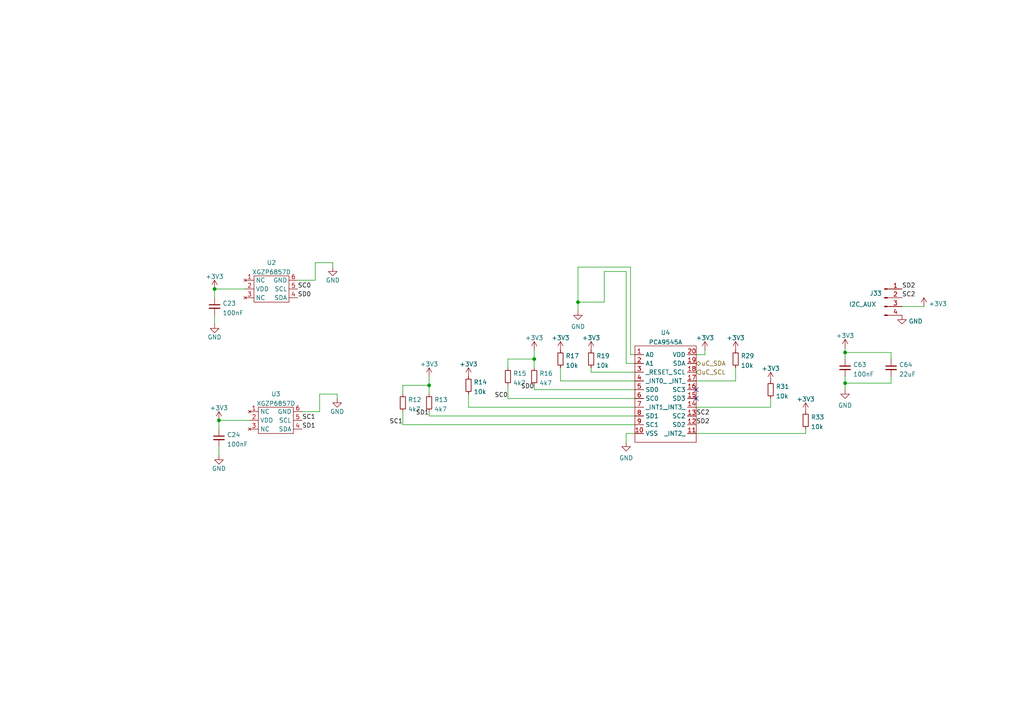
<source format=kicad_sch>
(kicad_sch (version 20230121) (generator eeschema)
  (paper "A4")
  (title_block (title "LumenPnP Motherboard") (date "2022-03-29") (rev "003") (company "Opulo"))
  (lib_symbols
    (symbol "Connector:Conn_01x04_Male" (pin_names (offset 1.016) hide)
      (property "Reference" "J" (at 0 5.08 0))
      (property "Value" "Conn_01x04_Male" (at 0 -7.62 0))
      (symbol "Conn_01x04_Male_1_1"
        (polyline (pts (xy 1.27 -5.08) (xy 0.8636 -5.08)) (stroke (width 0.1524)))
        (polyline (pts (xy 1.27 -2.54) (xy 0.8636 -2.54)) (stroke (width 0.1524)))
        (polyline (pts (xy 1.27 0) (xy 0.8636 0)) (stroke (width 0.1524)))
        (polyline (pts (xy 1.27 2.54) (xy 0.8636 2.54)) (stroke (width 0.1524)))
        (rectangle (start 0.8636 -4.953) (end 0 -5.207) (stroke (width 0.1524)) (fill (type outline)))
        (rectangle (start 0.8636 -2.413) (end 0 -2.667) (stroke (width 0.1524)) (fill (type outline)))
        (rectangle (start 0.8636 0.127) (end 0 -0.127) (stroke (width 0.1524)) (fill (type outline)))
        (rectangle (start 0.8636 2.667) (end 0 2.413) (stroke (width 0.1524)) (fill (type outline)))
        (pin passive line (at 5.08 2.54 180) (length 3.81) (name "Pin_1") (number "1"))
        (pin passive line (at 5.08 0 180) (length 3.81) (name "Pin_2") (number "2"))
        (pin passive line (at 5.08 -2.54 180) (length 3.81) (name "Pin_3") (number "3"))
        (pin passive line (at 5.08 -5.08 180) (length 3.81) (name "Pin_4") (number "4"))
      )
    )
    (symbol "Device:C_Small" (pin_numbers hide) (pin_names (offset 0.254) hide)
      (property "Reference" "C" (at 0.254 1.778 0))
      (property "Value" "C_Small" (at 0.254 -2.032 0))
      (symbol "C_Small_0_1"
        (polyline (pts (xy -1.524 -0.508) (xy 1.524 -0.508)) (stroke (width 0.3302)))
        (polyline (pts (xy -1.524 0.508) (xy 1.524 0.508)) (stroke (width 0.3048)))
      )
      (symbol "C_Small_1_1"
        (pin passive line (at 0 2.54 270) (length 2.032) (name "~") (number "1"))
        (pin passive line (at 0 -2.54 90) (length 2.032) (name "~") (number "2"))
      )
    )
    (symbol "Device:R_Small" (pin_numbers hide) (pin_names (offset 0.254) hide)
      (property "Reference" "R" (at 0.762 0.508 0))
      (property "Value" "R_Small" (at 0.762 -1.016 0))
      (symbol "R_Small_0_1"
        (rectangle (start -0.762 1.778) (end 0.762 -1.778) (stroke (width 0.2032)))
      )
      (symbol "R_Small_1_1"
        (pin passive line (at 0 2.54 270) (length 0.762) (name "~") (number "1"))
        (pin passive line (at 0 -2.54 90) (length 0.762) (name "~") (number "2"))
      )
    )
    (symbol "index:PCA9545A"
      (property "Reference" "U4" (at 0 31.7795 0))
      (property "Value" "PCA9545A" (at 0 29.0044 0))
      (symbol "PCA9545A_0_1"
        (rectangle (start -8.89 27.94) (end 8.89 0))
      )
      (symbol "PCA9545A_1_1"
        (pin passive line (at -8.89 25.4 0) (length 2.54) (name "A0") (number "1"))
        (pin passive line (at -8.89 2.54 0) (length 2.54) (name "VSS") (number "10"))
        (pin passive line (at 8.89 2.54 180) (length 2.54) (name "_INT2_") (number "11"))
        (pin passive line (at 8.89 5.08 180) (length 2.54) (name "SD2") (number "12"))
        (pin passive line (at 8.89 7.62 180) (length 2.54) (name "SC2") (number "13"))
        (pin passive line (at 8.89 10.16 180) (length 2.54) (name "_INT3_") (number "14"))
        (pin passive line (at 8.89 12.7 180) (length 2.54) (name "SD3") (number "15"))
        (pin passive line (at 8.89 15.24 180) (length 2.54) (name "SC3") (number "16"))
        (pin passive line (at 8.89 17.78 180) (length 2.54) (name "_INT_") (number "17"))
        (pin passive line (at 8.89 20.32 180) (length 2.54) (name "SCL") (number "18"))
        (pin passive line (at 8.89 22.86 180) (length 2.54) (name "SDA") (number "19"))
        (pin passive line (at -8.89 22.86 0) (length 2.54) (name "A1") (number "2"))
        (pin passive line (at 8.89 25.4 180) (length 2.54) (name "VDD") (number "20"))
        (pin passive line (at -8.89 20.32 0) (length 2.54) (name "_RESET_") (number "3"))
        (pin passive line (at -8.89 17.78 0) (length 2.54) (name "_INT0_") (number "4"))
        (pin passive line (at -8.89 15.24 0) (length 2.54) (name "SD0") (number "5"))
        (pin passive line (at -8.89 12.7 0) (length 2.54) (name "SC0") (number "6"))
        (pin passive line (at -8.89 10.16 0) (length 2.54) (name "_INT1_") (number "7"))
        (pin passive line (at -8.89 7.62 0) (length 2.54) (name "SD1") (number "8"))
        (pin passive line (at -8.89 5.08 0) (length 2.54) (name "SC1") (number "9"))
      )
    )
    (symbol "index:XGZP6857D"
      (property "Reference" "U3" (at 0 7.6495 0))
      (property "Value" "XGZP6857D" (at 0 4.8744 0))
      (symbol "XGZP6857D_0_1"
        (rectangle (start -5.08 -3.81) (end 5.08 3.81))
      )
      (symbol "XGZP6857D_1_1"
        (pin no_connect line (at -7.62 2.54 0) (length 2.54) (name "NC") (number "1"))
        (pin passive line (at -7.62 0 0) (length 2.54) (name "VDD") (number "2"))
        (pin no_connect line (at -7.62 -2.54 0) (length 2.54) (name "NC") (number "3"))
        (pin passive line (at 7.62 -2.54 180) (length 2.54) (name "SDA") (number "4"))
        (pin passive line (at 7.62 0 180) (length 2.54) (name "SCL") (number "5"))
        (pin passive line (at 7.62 2.54 180) (length 2.54) (name "GND") (number "6"))
      )
    )
    (symbol "power:+3V3" (power) (pin_names (offset 0))
      (property "Value" "+3V3" (at 0 3.556 0))
      (symbol "+3V3_0_1"
        (polyline (pts (xy -0.762 1.27) (xy 0 2.54)))
        (polyline (pts (xy 0 0) (xy 0 2.54)))
        (polyline (pts (xy 0 2.54) (xy 0.762 1.27)))
      )
      (symbol "+3V3_1_1"
        (pin power_in line (at 0 0 90) (length 0) hide (name "+3V3") (number "1"))
      )
    )
    (symbol "power:GND" (power) (pin_names (offset 0))
      (property "Value" "GND" (at 0 -3.81 0))
      (symbol "GND_0_1"
        (polyline (pts (xy 0 0) (xy 0 -1.27) (xy 1.27 -1.27) (xy 0 -2.54) (xy -1.27 -1.27) (xy 0 -1.27)))
      )
      (symbol "GND_1_1"
        (pin power_in line (at 0 0 270) (length 0) hide (name "GND") (number "1"))
      )
    )
  )
  (junction (at 245.11 111.125))
  (junction (at 154.94 104.14))
  (junction (at 63.5 121.92))
  (junction (at 167.64 87.63))
  (junction (at 245.11 102.235))
  (junction (at 124.46 111.76))
  (junction (at 62.23 83.82))
  (no_connect (at 201.93 115.57))
  (no_connect (at 201.93 113.03))
  (wire (pts (xy 167.64 77.47) (xy 167.64 87.63)))
  (wire (pts (xy 182.88 102.87) (xy 182.88 77.47)))
  (wire (pts (xy 147.32 104.14) (xy 154.94 104.14)))
  (wire (pts (xy 181.61 78.74) (xy 175.26 78.74)))
  (wire (pts (xy 261.62 88.9) (xy 267.97 88.9)))
  (wire (pts (xy 167.64 87.63) (xy 167.64 90.17)))
  (wire (pts (xy 135.89 118.11) (xy 184.15 118.11)))
  (wire (pts (xy 63.5 124.46) (xy 63.5 121.92)))
  (wire (pts (xy 258.445 111.125) (xy 258.445 109.22)))
  (wire (pts (xy 124.46 120.65) (xy 184.15 120.65)))
  (wire (pts (xy 86.36 81.28) (xy 91.44 81.28)))
  (wire (pts (xy 162.56 110.49) (xy 184.15 110.49)))
  (wire (pts (xy 245.11 102.235) (xy 245.11 104.14)))
  (wire (pts (xy 175.26 87.63) (xy 167.64 87.63)))
  (wire (pts (xy 181.61 128.27) (xy 181.61 125.73)))
  (wire (pts (xy 245.11 100.965) (xy 245.11 102.235)))
  (wire (pts (xy 223.52 118.11) (xy 223.52 115.57)))
  (wire (pts (xy 63.5 129.54) (xy 63.5 132.08)))
  (wire (pts (xy 245.11 102.235) (xy 258.445 102.235)))
  (wire (pts (xy 116.84 111.76) (xy 124.46 111.76)))
  (wire (pts (xy 181.61 125.73) (xy 184.15 125.73)))
  (wire (pts (xy 182.88 77.47) (xy 167.64 77.47)))
  (wire (pts (xy 184.15 102.87) (xy 182.88 102.87)))
  (wire (pts (xy 92.71 119.38) (xy 92.71 114.3)))
  (wire (pts (xy 213.36 110.49) (xy 213.36 106.68)))
  (wire (pts (xy 201.93 125.73) (xy 233.68 125.73)))
  (wire (pts (xy 245.11 111.125) (xy 258.445 111.125)))
  (wire (pts (xy 258.445 102.235) (xy 258.445 104.14)))
  (wire (pts (xy 233.68 125.73) (xy 233.68 124.46)))
  (wire (pts (xy 63.5 121.92) (xy 72.39 121.92)))
  (wire (pts (xy 124.46 109.22) (xy 124.46 111.76)))
  (wire (pts (xy 201.93 118.11) (xy 223.52 118.11)))
  (wire (pts (xy 116.84 123.19) (xy 184.15 123.19)))
  (wire (pts (xy 96.52 76.2) (xy 96.52 77.47)))
  (wire (pts (xy 62.23 86.36) (xy 62.23 83.82)))
  (wire (pts (xy 154.94 113.03) (xy 184.15 113.03)))
  (wire (pts (xy 91.44 81.28) (xy 91.44 76.2)))
  (wire (pts (xy 147.32 115.57) (xy 184.15 115.57)))
  (wire (pts (xy 116.84 123.19) (xy 116.84 119.38)))
  (wire (pts (xy 184.15 107.95) (xy 171.45 107.95)))
  (wire (pts (xy 171.45 107.95) (xy 171.45 106.68)))
  (wire (pts (xy 154.94 113.03) (xy 154.94 111.76)))
  (wire (pts (xy 162.56 106.68) (xy 162.56 110.49)))
  (wire (pts (xy 181.61 105.41) (xy 181.61 78.74)))
  (wire (pts (xy 245.11 109.22) (xy 245.11 111.125)))
  (wire (pts (xy 204.47 102.87) (xy 204.47 101.6)))
  (wire (pts (xy 124.46 111.76) (xy 124.46 114.3)))
  (wire (pts (xy 124.46 120.65) (xy 124.46 119.38)))
  (wire (pts (xy 154.94 104.14) (xy 154.94 106.68)))
  (wire (pts (xy 62.23 83.82) (xy 71.12 83.82)))
  (wire (pts (xy 201.93 102.87) (xy 204.47 102.87)))
  (wire (pts (xy 147.32 106.68) (xy 147.32 104.14)))
  (wire (pts (xy 116.84 114.3) (xy 116.84 111.76)))
  (wire (pts (xy 92.71 114.3) (xy 97.79 114.3)))
  (wire (pts (xy 87.63 119.38) (xy 92.71 119.38)))
  (wire (pts (xy 147.32 115.57) (xy 147.32 111.76)))
  (wire (pts (xy 175.26 78.74) (xy 175.26 87.63)))
  (wire (pts (xy 97.79 114.3) (xy 97.79 115.57)))
  (wire (pts (xy 62.23 91.44) (xy 62.23 93.98)))
  (wire (pts (xy 91.44 76.2) (xy 96.52 76.2)))
  (wire (pts (xy 201.93 110.49) (xy 213.36 110.49)))
  (wire (pts (xy 135.89 114.3) (xy 135.89 118.11)))
  (wire (pts (xy 245.11 113.03) (xy 245.11 111.125)))
  (wire (pts (xy 154.94 101.6) (xy 154.94 104.14)))
  (wire (pts (xy 184.15 105.41) (xy 181.61 105.41)))
  (label "SC1" (at 87.63 121.92 0))
  (label "SD1" (at 87.63 124.46 0))
  (label "SC2" (at 201.93 120.65 0))
  (label "SD0" (at 154.94 113.03 180))
  (label "SC0" (at 147.32 115.57 180))
  (label "SD2" (at 201.93 123.19 0))
  (label "SD2" (at 261.62 83.82 0))
  (label "SC2" (at 261.62 86.36 0))
  (label "SD0" (at 86.36 86.36 0))
  (label "SC1" (at 116.84 123.19 180))
  (label "SD1" (at 124.46 120.65 180))
  (label "SC0" (at 86.36 83.82 0))
  (hierarchical_label "uC_SCL" (shape input) (at 201.93 107.95 0))
  (hierarchical_label "uC_SDA" (shape bidirectional) (at 201.93 105.41 0))
  (symbol (lib_id "power:+3V3") (at 267.97 88.9 0) (unit 1)
    (property "Reference" "#PWR0250" (effects hide))
    (property "Value" "+3V3" (at 269.367 88.109 0) (effects (justify left)))
  )
  (symbol (lib_id "power:+3V3") (at 171.45 101.6 0) (unit 1)
    (property "Reference" "#PWR0241" (effects hide))
    (property "Value" "+3V3" (at 171.45 97.9955 0))
  )
  (symbol (lib_id "Connector:Conn_01x04_Male") (at 256.54 86.36 0) (unit 1)
    (property "Reference" "J33" (at 254 85.09 0))
    (property "Value" "I2C_AUX" (at 250.19 88.265 0))
    (property "Footprint" "Connector_PinHeader_2.54mm:PinHeader_1x04_P2.54mm_Vertical" (effects hide))
    (property "LCSC" "C2691448" (effects hide))
  )
  (symbol (lib_id "power:+3V3") (at 245.11 100.965 0) (unit 1)
    (property "Reference" "#PWR0131" (effects hide))
    (property "Value" "+3V3" (at 245.11 97.3605 0))
  )
  (symbol (lib_id "power:+3V3") (at 204.47 101.6 0) (unit 1)
    (property "Reference" "#PWR0185" (effects hide))
    (property "Value" "+3V3" (at 204.47 97.9955 0))
  )
  (symbol (lib_id "Device:R_Small") (at 223.52 113.03 0) (unit 1)
    (property "Reference" "R31" (at 225.0186 112.1215 0) (effects (justify left)))
    (property "Value" "10k" (at 225.0186 114.8966 0) (effects (justify left)))
    (property "Footprint" "Resistor_SMD:R_0805_2012Metric" (effects hide))
    (property "Digikey" "RMCF0805FT10K0CT-ND" (effects hide))
    (property "JLCPCB" "C17414" (effects hide))
    (property "LCSC" "C115295" (effects hide))
    (property "Mouser" "71-CRCW080510K0FKEAC" (effects hide))
    (property "Notes" "125mW/1%" (effects hide))
  )
  (symbol (lib_id "Device:C_Small") (at 245.11 106.68 0) (unit 1)
    (property "Reference" "C63" (at 247.4341 105.7778 0) (effects (justify left)))
    (property "Value" "100nF" (at 247.4341 108.5529 0) (effects (justify left)))
    (property "Footprint" "Capacitor_SMD:C_0805_2012Metric" (effects hide))
    (property "Digikey" "1276-1180-1-ND" (effects hide))
    (property "JLCPCB" "C49678" (effects hide))
    (property "LCSC" "C360619" (effects hide))
    (property "Mouser" "581-08055C104K" (effects hide))
    (property "Notes" "50V/10%" (effects hide))
  )
  (symbol (lib_id "power:GND") (at 63.5 132.08 0) (unit 1)
    (property "Reference" "#PWR0110" (effects hide))
    (property "Value" "GND" (at 63.5 135.89 0))
  )
  (symbol (lib_id "Device:R_Small") (at 135.89 111.76 0) (unit 1)
    (property "Reference" "R14" (at 137.3886 110.8515 0) (effects (justify left)))
    (property "Value" "10k" (at 137.3886 113.6266 0) (effects (justify left)))
    (property "Footprint" "Resistor_SMD:R_0805_2012Metric" (effects hide))
    (property "Digikey" "RMCF0805FT10K0CT-ND" (effects hide))
    (property "JLCPCB" "C17414" (effects hide))
    (property "LCSC" "C115295" (effects hide))
    (property "Mouser" "71-CRCW080510K0FKEAC" (effects hide))
    (property "Notes" "125mW/1%" (effects hide))
  )
  (symbol (lib_id "power:+3V3") (at 135.89 109.22 0) (unit 1)
    (property "Reference" "#PWR0112" (effects hide))
    (property "Value" "+3V3" (at 135.89 105.6155 0))
  )
  (symbol (lib_id "Device:R_Small") (at 171.45 104.14 0) (unit 1)
    (property "Reference" "R19" (at 172.9486 103.2315 0) (effects (justify left)))
    (property "Value" "10k" (at 172.9486 106.0066 0) (effects (justify left)))
    (property "Footprint" "Resistor_SMD:R_0805_2012Metric" (effects hide))
    (property "Digikey" "RMCF0805FT10K0CT-ND" (effects hide))
    (property "JLCPCB" "C17414" (effects hide))
    (property "LCSC" "C115295" (effects hide))
    (property "Mouser" "71-CRCW080510K0FKEAC" (effects hide))
    (property "Notes" "125mW/1%" (effects hide))
  )
  (symbol (lib_id "Device:C_Small") (at 258.445 106.68 0) (unit 1)
    (property "Reference" "C64" (at 260.7691 105.7778 0) (effects (justify left)))
    (property "Value" "22uF" (at 260.7691 108.5529 0) (effects (justify left)))
    (property "Footprint" "Capacitor_SMD:C_0805_2012Metric" (effects hide))
    (property "JLCPCB" "C45783" (effects hide))
    (property "LCSC" "C5674" (effects hide))
    (property "Notes" "25V/20%" (effects hide))
  )
  (symbol (lib_id "Device:R_Small") (at 116.84 116.84 0) (unit 1)
    (property "Reference" "R12" (at 118.3386 115.9315 0) (effects (justify left)))
    (property "Value" "4k7" (at 118.3386 118.7066 0) (effects (justify left)))
    (property "Footprint" "Resistor_SMD:R_0805_2012Metric" (effects hide))
    (property "Digikey" "A129757CT-ND" (effects hide))
    (property "JLCPCB" "C17673" (effects hide))
    (property "LCSC" "C17673" (effects hide))
    (property "Mouser" "71-CRCW08054K70FKEAC" (effects hide))
    (property "Notes" "125mW/1%" (effects hide))
  )
  (symbol (lib_id "power:GND") (at 96.52 77.47 0) (unit 1)
    (property "Reference" "#PWR0103" (effects hide))
    (property "Value" "GND" (at 96.52 81.28 0))
  )
  (symbol (lib_id "power:+3V3") (at 162.56 101.6 0) (unit 1)
    (property "Reference" "#PWR0186" (effects hide))
    (property "Value" "+3V3" (at 162.56 97.9955 0))
  )
  (symbol (lib_id "Device:C_Small") (at 62.23 88.9 0) (unit 1)
    (property "Reference" "C23" (at 64.5541 87.9978 0) (effects (justify left)))
    (property "Value" "100nF" (at 64.5541 90.7729 0) (effects (justify left)))
    (property "Footprint" "Capacitor_SMD:C_0805_2012Metric" (effects hide))
    (property "Digikey" "1276-1180-1-ND" (effects hide))
    (property "JLCPCB" "C49678" (effects hide))
    (property "LCSC" "C360619" (effects hide))
    (property "Mouser" "581-08055C104K" (effects hide))
    (property "Notes" "50V/10%" (effects hide))
  )
  (symbol (lib_id "Device:R_Small") (at 124.46 116.84 0) (unit 1)
    (property "Reference" "R13" (at 125.9586 115.9315 0) (effects (justify left)))
    (property "Value" "4k7" (at 125.9586 118.7066 0) (effects (justify left)))
    (property "Footprint" "Resistor_SMD:R_0805_2012Metric" (effects hide))
    (property "Digikey" "A129757CT-ND" (effects hide))
    (property "JLCPCB" "C17673" (effects hide))
    (property "LCSC" "C17673" (effects hide))
    (property "Mouser" "71-CRCW08054K70FKEAC" (effects hide))
    (property "Notes" "125mW/1%" (effects hide))
  )
  (symbol (lib_id "index:PCA9545A") (at 193.04 128.27 0) (unit 1)
    (property "Reference" "U4" (at 193.04 96.4905 0))
    (property "Value" "PCA9545A" (at 193.04 99.2656 0))
    (property "Footprint" "Package_SO:TSSOP-20_4.4x6.5mm_P0.65mm" (effects hide))
    (property "Digikey" "568-1865-1-ND" (effects hide))
    (property "LCSC" "C129515" (effects hide))
  )
  (symbol (lib_id "power:+3V3") (at 154.94 101.6 0) (unit 1)
    (property "Reference" "#PWR0240" (effects hide))
    (property "Value" "+3V3" (at 154.94 97.9955 0))
  )
  (symbol (lib_id "power:GND") (at 62.23 93.98 0) (unit 1)
    (property "Reference" "#PWR0107" (effects hide))
    (property "Value" "GND" (at 62.23 97.79 0))
  )
  (symbol (lib_id "Device:C_Small") (at 63.5 127 0) (unit 1)
    (property "Reference" "C24" (at 65.8241 126.0978 0) (effects (justify left)))
    (property "Value" "100nF" (at 65.8241 128.8729 0) (effects (justify left)))
    (property "Footprint" "Capacitor_SMD:C_0805_2012Metric" (effects hide))
    (property "Digikey" "1276-1180-1-ND" (effects hide))
    (property "JLCPCB" "C49678" (effects hide))
    (property "LCSC" "C360619" (effects hide))
    (property "Mouser" "581-08055C104K" (effects hide))
    (property "Notes" "50V/10%" (effects hide))
  )
  (symbol (lib_id "power:+3V3") (at 233.68 119.38 0) (unit 1)
    (property "Reference" "#PWR0132" (effects hide))
    (property "Value" "+3V3" (at 233.68 115.7755 0))
  )
  (symbol (lib_id "power:+3V3") (at 62.23 83.82 0) (unit 1)
    (property "Reference" "#PWR0239" (effects hide))
    (property "Value" "+3V3" (at 62.23 80.2155 0))
  )
  (symbol (lib_id "index:XGZP6857D") (at 80.01 121.92 0) (unit 1)
    (property "Reference" "U3" (at 80.01 114.2705 0))
    (property "Value" "XGZP6857D" (at 80.01 117.0456 0))
    (property "Footprint" "index:XGZP6857D" (effects hide))
    (property "Datasheet" "https://www.cfsensor.com/static/upload/file/20220412/XGZP6857D%20Pressure%20Sensor%20Module%20V2.4.pdf" (effects hide))
    (property "Notes" "Must at least cover 0 - 1 bar / 0 - 0.1 MPa / 0 - 15 PSI" (effects hide))
    (property "LCSC" "DNP" (effects hide))
  )
  (symbol (lib_id "power:+3V3") (at 124.46 109.22 0) (unit 1)
    (property "Reference" "#PWR0113" (effects hide))
    (property "Value" "+3V3" (at 124.46 105.6155 0))
  )
  (symbol (lib_id "power:+3V3") (at 213.36 101.6 0) (unit 1)
    (property "Reference" "#PWR0114" (effects hide))
    (property "Value" "+3V3" (at 213.36 97.9955 0))
  )
  (symbol (lib_id "power:+3V3") (at 223.52 110.49 0) (unit 1)
    (property "Reference" "#PWR0115" (effects hide))
    (property "Value" "+3V3" (at 223.52 106.8855 0))
  )
  (symbol (lib_id "power:GND") (at 261.62 91.44 0) (unit 1)
    (property "Reference" "#PWR0249" (effects hide))
    (property "Value" "GND" (at 263.525 93.189 0) (effects (justify left)))
  )
  (symbol (lib_id "Device:R_Small") (at 147.32 109.22 0) (unit 1)
    (property "Reference" "R15" (at 148.8186 108.3115 0) (effects (justify left)))
    (property "Value" "4k7" (at 148.8186 111.0866 0) (effects (justify left)))
    (property "Footprint" "Resistor_SMD:R_0805_2012Metric" (effects hide))
    (property "Digikey" "A129757CT-ND" (effects hide))
    (property "JLCPCB" "C17673" (effects hide))
    (property "LCSC" "C17673" (effects hide))
    (property "Mouser" "71-CRCW08054K70FKEAC" (effects hide))
    (property "Notes" "125mW/1%" (effects hide))
  )
  (symbol (lib_id "power:GND") (at 167.64 90.17 0) (unit 1)
    (property "Reference" "#PWR0242" (effects hide))
    (property "Value" "GND" (at 167.64 94.7325 0))
  )
  (symbol (lib_id "Device:R_Small") (at 213.36 104.14 0) (unit 1)
    (property "Reference" "R29" (at 214.8586 103.2315 0) (effects (justify left)))
    (property "Value" "10k" (at 214.8586 106.0066 0) (effects (justify left)))
    (property "Footprint" "Resistor_SMD:R_0805_2012Metric" (effects hide))
    (property "Digikey" "RMCF0805FT10K0CT-ND" (effects hide))
    (property "JLCPCB" "C17414" (effects hide))
    (property "LCSC" "C115295" (effects hide))
    (property "Mouser" "71-CRCW080510K0FKEAC" (effects hide))
    (property "Notes" "125mW/1%" (effects hide))
  )
  (symbol (lib_id "index:XGZP6857D") (at 78.74 83.82 0) (unit 1)
    (property "Reference" "U2" (at 78.74 76.1705 0))
    (property "Value" "XGZP6857D" (at 78.74 78.9456 0))
    (property "Footprint" "index:XGZP6857D" (effects hide))
    (property "Datasheet" "https://www.cfsensor.com/static/upload/file/20220412/XGZP6857D%20Pressure%20Sensor%20Module%20V2.4.pdf" (effects hide))
    (property "Notes" "Must at least cover 0 - 1 bar / 0 - 0.1 MPa / 0 - 15 PSI" (effects hide))
    (property "LCSC" "DNP" (effects hide))
  )
  (symbol (lib_id "power:GND") (at 245.11 113.03 0) (unit 1)
    (property "Reference" "#PWR0133" (effects hide))
    (property "Value" "GND" (at 245.11 117.5925 0))
  )
  (symbol (lib_id "power:GND") (at 97.79 115.57 0) (unit 1)
    (property "Reference" "#PWR0109" (effects hide))
    (property "Value" "GND" (at 97.79 119.38 0))
  )
  (symbol (lib_id "Device:R_Small") (at 154.94 109.22 0) (unit 1)
    (property "Reference" "R16" (at 156.4386 108.3115 0) (effects (justify left)))
    (property "Value" "4k7" (at 156.4386 111.0866 0) (effects (justify left)))
    (property "Footprint" "Resistor_SMD:R_0805_2012Metric" (effects hide))
    (property "Digikey" "A129757CT-ND" (effects hide))
    (property "JLCPCB" "C17673" (effects hide))
    (property "LCSC" "C17673" (effects hide))
    (property "Mouser" "71-CRCW08054K70FKEAC" (effects hide))
    (property "Notes" "125mW/1%" (effects hide))
  )
  (symbol (lib_id "Device:R_Small") (at 233.68 121.92 0) (unit 1)
    (property "Reference" "R33" (at 235.1786 121.0115 0) (effects (justify left)))
    (property "Value" "10k" (at 235.1786 123.7866 0) (effects (justify left)))
    (property "Footprint" "Resistor_SMD:R_0805_2012Metric" (effects hide))
    (property "Digikey" "RMCF0805FT10K0CT-ND" (effects hide))
    (property "JLCPCB" "C17414" (effects hide))
    (property "LCSC" "C115295" (effects hide))
    (property "Mouser" "71-CRCW080510K0FKEAC" (effects hide))
    (property "Notes" "125mW/1%" (effects hide))
  )
  (symbol (lib_id "power:GND") (at 181.61 128.27 0) (unit 1)
    (property "Reference" "#PWR0135" (effects hide))
    (property "Value" "GND" (at 181.61 132.8325 0))
  )
  (symbol (lib_id "power:+3V3") (at 63.5 121.92 0) (unit 1)
    (property "Reference" "#PWR0105" (effects hide))
    (property "Value" "+3V3" (at 63.5 118.3155 0))
  )
  (symbol (lib_id "Device:R_Small") (at 162.56 104.14 0) (unit 1)
    (property "Reference" "R17" (at 164.0586 103.2315 0) (effects (justify left)))
    (property "Value" "10k" (at 164.0586 106.0066 0) (effects (justify left)))
    (property "Footprint" "Resistor_SMD:R_0805_2012Metric" (effects hide))
    (property "Digikey" "RMCF0805FT10K0CT-ND" (effects hide))
    (property "JLCPCB" "C17414" (effects hide))
    (property "LCSC" "C115295" (effects hide))
    (property "Mouser" "71-CRCW080510K0FKEAC" (effects hide))
    (property "Notes" "125mW/1%" (effects hide))
  )
)
</source>
